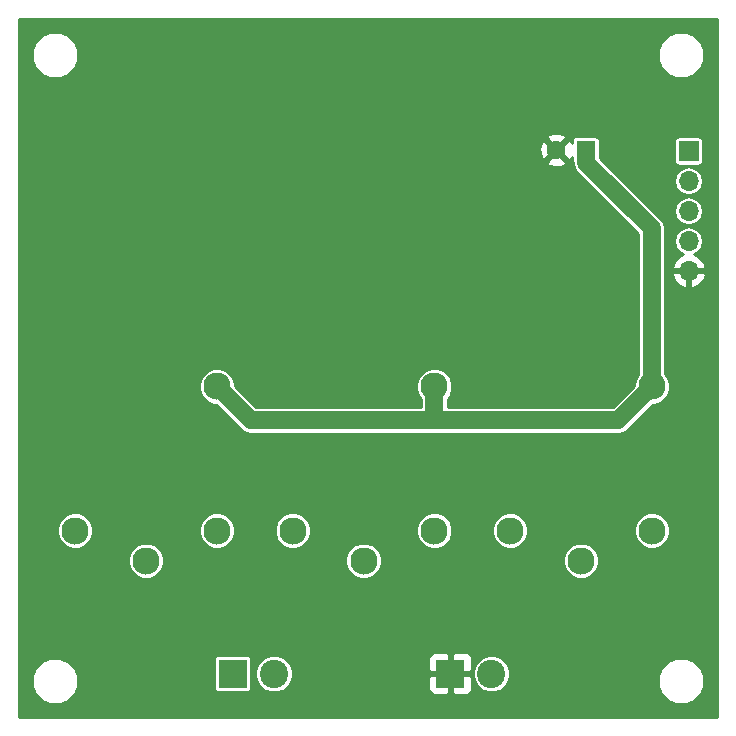
<source format=gbl>
G04 #@! TF.FileFunction,Copper,L2,Bot,Signal*
%FSLAX46Y46*%
G04 Gerber Fmt 4.6, Leading zero omitted, Abs format (unit mm)*
G04 Created by KiCad (PCBNEW 4.0.6) date 04/22/17 16:30:30*
%MOMM*%
%LPD*%
G01*
G04 APERTURE LIST*
%ADD10C,0.100000*%
%ADD11C,2.300000*%
%ADD12R,1.600000X1.600000*%
%ADD13C,1.600000*%
%ADD14R,1.700000X1.700000*%
%ADD15O,1.700000X1.700000*%
%ADD16C,2.400000*%
%ADD17R,2.400000X2.400000*%
%ADD18C,1.500000*%
%ADD19C,0.250000*%
%ADD20C,0.254000*%
G04 APERTURE END LIST*
D10*
D11*
X167513000Y-94551500D03*
X173513000Y-109301500D03*
X167513000Y-106751500D03*
X179513000Y-106751500D03*
X179513000Y-94551500D03*
D12*
X173926500Y-74549000D03*
D13*
X171426500Y-74549000D03*
D14*
X182626000Y-74612500D03*
D15*
X182626000Y-77152500D03*
X182626000Y-79692500D03*
X182626000Y-82232500D03*
X182626000Y-84772500D03*
D16*
X147518000Y-118872000D03*
D17*
X144018000Y-118872000D03*
D16*
X165933000Y-118872000D03*
D17*
X162433000Y-118872000D03*
D11*
X130683000Y-94551500D03*
X136683000Y-109301500D03*
X130683000Y-106751500D03*
X142683000Y-106751500D03*
X142683000Y-94551500D03*
X149098000Y-94551500D03*
X155098000Y-109301500D03*
X149098000Y-106751500D03*
X161098000Y-106751500D03*
X161098000Y-94551500D03*
D18*
X173926500Y-74549000D02*
X173926500Y-75599000D01*
X173926500Y-75599000D02*
X179501800Y-81174300D01*
X179501800Y-81174300D02*
X179501800Y-94540300D01*
D19*
X179501800Y-94540300D02*
X179513000Y-94551500D01*
D18*
X176655500Y-97409000D02*
X161099500Y-97409000D01*
X161099500Y-97409000D02*
X145540500Y-97409000D01*
X161098000Y-94551500D02*
X161098000Y-96177845D01*
X161098000Y-96177845D02*
X161099500Y-96179345D01*
X161099500Y-96179345D02*
X161099500Y-97409000D01*
X145540500Y-97409000D02*
X142683000Y-94551500D01*
X179513000Y-94551500D02*
X176655500Y-97409000D01*
D20*
G36*
X185020000Y-122536000D02*
X125932000Y-122536000D01*
X125932000Y-119884316D01*
X126994657Y-119884316D01*
X127295611Y-120612680D01*
X127852389Y-121170431D01*
X128580226Y-121472655D01*
X129368316Y-121473343D01*
X130096680Y-121172389D01*
X130654431Y-120615611D01*
X130956655Y-119887774D01*
X130957343Y-119099684D01*
X130656389Y-118371320D01*
X130099611Y-117813569D01*
X129758675Y-117672000D01*
X142429536Y-117672000D01*
X142429536Y-120072000D01*
X142456103Y-120213190D01*
X142539546Y-120342865D01*
X142666866Y-120429859D01*
X142818000Y-120460464D01*
X145218000Y-120460464D01*
X145359190Y-120433897D01*
X145488865Y-120350454D01*
X145575859Y-120223134D01*
X145606464Y-120072000D01*
X145606464Y-119185101D01*
X145936726Y-119185101D01*
X146176912Y-119766395D01*
X146621266Y-120211525D01*
X147202140Y-120452725D01*
X147831101Y-120453274D01*
X148412395Y-120213088D01*
X148857525Y-119768734D01*
X149098725Y-119187860D01*
X149098751Y-119157750D01*
X160598000Y-119157750D01*
X160598000Y-120198310D01*
X160694673Y-120431699D01*
X160873302Y-120610327D01*
X161106691Y-120707000D01*
X162147250Y-120707000D01*
X162306000Y-120548250D01*
X162306000Y-118999000D01*
X162560000Y-118999000D01*
X162560000Y-120548250D01*
X162718750Y-120707000D01*
X163759309Y-120707000D01*
X163992698Y-120610327D01*
X164171327Y-120431699D01*
X164268000Y-120198310D01*
X164268000Y-119185101D01*
X164351726Y-119185101D01*
X164591912Y-119766395D01*
X165036266Y-120211525D01*
X165617140Y-120452725D01*
X166246101Y-120453274D01*
X166827395Y-120213088D01*
X167156741Y-119884316D01*
X179994657Y-119884316D01*
X180295611Y-120612680D01*
X180852389Y-121170431D01*
X181580226Y-121472655D01*
X182368316Y-121473343D01*
X183096680Y-121172389D01*
X183654431Y-120615611D01*
X183956655Y-119887774D01*
X183957343Y-119099684D01*
X183656389Y-118371320D01*
X183099611Y-117813569D01*
X182371774Y-117511345D01*
X181583684Y-117510657D01*
X180855320Y-117811611D01*
X180297569Y-118368389D01*
X179995345Y-119096226D01*
X179994657Y-119884316D01*
X167156741Y-119884316D01*
X167272525Y-119768734D01*
X167513725Y-119187860D01*
X167514274Y-118558899D01*
X167274088Y-117977605D01*
X166829734Y-117532475D01*
X166248860Y-117291275D01*
X165619899Y-117290726D01*
X165038605Y-117530912D01*
X164593475Y-117975266D01*
X164352275Y-118556140D01*
X164351726Y-119185101D01*
X164268000Y-119185101D01*
X164268000Y-119157750D01*
X164109250Y-118999000D01*
X162560000Y-118999000D01*
X162306000Y-118999000D01*
X160756750Y-118999000D01*
X160598000Y-119157750D01*
X149098751Y-119157750D01*
X149099274Y-118558899D01*
X148859088Y-117977605D01*
X148427926Y-117545690D01*
X160598000Y-117545690D01*
X160598000Y-118586250D01*
X160756750Y-118745000D01*
X162306000Y-118745000D01*
X162306000Y-117195750D01*
X162560000Y-117195750D01*
X162560000Y-118745000D01*
X164109250Y-118745000D01*
X164268000Y-118586250D01*
X164268000Y-117545690D01*
X164171327Y-117312301D01*
X163992698Y-117133673D01*
X163759309Y-117037000D01*
X162718750Y-117037000D01*
X162560000Y-117195750D01*
X162306000Y-117195750D01*
X162147250Y-117037000D01*
X161106691Y-117037000D01*
X160873302Y-117133673D01*
X160694673Y-117312301D01*
X160598000Y-117545690D01*
X148427926Y-117545690D01*
X148414734Y-117532475D01*
X147833860Y-117291275D01*
X147204899Y-117290726D01*
X146623605Y-117530912D01*
X146178475Y-117975266D01*
X145937275Y-118556140D01*
X145936726Y-119185101D01*
X145606464Y-119185101D01*
X145606464Y-117672000D01*
X145579897Y-117530810D01*
X145496454Y-117401135D01*
X145369134Y-117314141D01*
X145218000Y-117283536D01*
X142818000Y-117283536D01*
X142676810Y-117310103D01*
X142547135Y-117393546D01*
X142460141Y-117520866D01*
X142429536Y-117672000D01*
X129758675Y-117672000D01*
X129371774Y-117511345D01*
X128583684Y-117510657D01*
X127855320Y-117811611D01*
X127297569Y-118368389D01*
X126995345Y-119096226D01*
X126994657Y-119884316D01*
X125932000Y-119884316D01*
X125932000Y-109604699D01*
X135151735Y-109604699D01*
X135384325Y-110167609D01*
X135814626Y-110598662D01*
X136377129Y-110832234D01*
X136986199Y-110832765D01*
X137549109Y-110600175D01*
X137980162Y-110169874D01*
X138213734Y-109607371D01*
X138213736Y-109604699D01*
X153566735Y-109604699D01*
X153799325Y-110167609D01*
X154229626Y-110598662D01*
X154792129Y-110832234D01*
X155401199Y-110832765D01*
X155964109Y-110600175D01*
X156395162Y-110169874D01*
X156628734Y-109607371D01*
X156628736Y-109604699D01*
X171981735Y-109604699D01*
X172214325Y-110167609D01*
X172644626Y-110598662D01*
X173207129Y-110832234D01*
X173816199Y-110832765D01*
X174379109Y-110600175D01*
X174810162Y-110169874D01*
X175043734Y-109607371D01*
X175044265Y-108998301D01*
X174811675Y-108435391D01*
X174381374Y-108004338D01*
X173818871Y-107770766D01*
X173209801Y-107770235D01*
X172646891Y-108002825D01*
X172215838Y-108433126D01*
X171982266Y-108995629D01*
X171981735Y-109604699D01*
X156628736Y-109604699D01*
X156629265Y-108998301D01*
X156396675Y-108435391D01*
X155966374Y-108004338D01*
X155403871Y-107770766D01*
X154794801Y-107770235D01*
X154231891Y-108002825D01*
X153800838Y-108433126D01*
X153567266Y-108995629D01*
X153566735Y-109604699D01*
X138213736Y-109604699D01*
X138214265Y-108998301D01*
X137981675Y-108435391D01*
X137551374Y-108004338D01*
X136988871Y-107770766D01*
X136379801Y-107770235D01*
X135816891Y-108002825D01*
X135385838Y-108433126D01*
X135152266Y-108995629D01*
X135151735Y-109604699D01*
X125932000Y-109604699D01*
X125932000Y-107054699D01*
X129151735Y-107054699D01*
X129384325Y-107617609D01*
X129814626Y-108048662D01*
X130377129Y-108282234D01*
X130986199Y-108282765D01*
X131549109Y-108050175D01*
X131980162Y-107619874D01*
X132213734Y-107057371D01*
X132213736Y-107054699D01*
X141151735Y-107054699D01*
X141384325Y-107617609D01*
X141814626Y-108048662D01*
X142377129Y-108282234D01*
X142986199Y-108282765D01*
X143549109Y-108050175D01*
X143980162Y-107619874D01*
X144213734Y-107057371D01*
X144213736Y-107054699D01*
X147566735Y-107054699D01*
X147799325Y-107617609D01*
X148229626Y-108048662D01*
X148792129Y-108282234D01*
X149401199Y-108282765D01*
X149964109Y-108050175D01*
X150395162Y-107619874D01*
X150628734Y-107057371D01*
X150628736Y-107054699D01*
X159566735Y-107054699D01*
X159799325Y-107617609D01*
X160229626Y-108048662D01*
X160792129Y-108282234D01*
X161401199Y-108282765D01*
X161964109Y-108050175D01*
X162395162Y-107619874D01*
X162628734Y-107057371D01*
X162628736Y-107054699D01*
X165981735Y-107054699D01*
X166214325Y-107617609D01*
X166644626Y-108048662D01*
X167207129Y-108282234D01*
X167816199Y-108282765D01*
X168379109Y-108050175D01*
X168810162Y-107619874D01*
X169043734Y-107057371D01*
X169043736Y-107054699D01*
X177981735Y-107054699D01*
X178214325Y-107617609D01*
X178644626Y-108048662D01*
X179207129Y-108282234D01*
X179816199Y-108282765D01*
X180379109Y-108050175D01*
X180810162Y-107619874D01*
X181043734Y-107057371D01*
X181044265Y-106448301D01*
X180811675Y-105885391D01*
X180381374Y-105454338D01*
X179818871Y-105220766D01*
X179209801Y-105220235D01*
X178646891Y-105452825D01*
X178215838Y-105883126D01*
X177982266Y-106445629D01*
X177981735Y-107054699D01*
X169043736Y-107054699D01*
X169044265Y-106448301D01*
X168811675Y-105885391D01*
X168381374Y-105454338D01*
X167818871Y-105220766D01*
X167209801Y-105220235D01*
X166646891Y-105452825D01*
X166215838Y-105883126D01*
X165982266Y-106445629D01*
X165981735Y-107054699D01*
X162628736Y-107054699D01*
X162629265Y-106448301D01*
X162396675Y-105885391D01*
X161966374Y-105454338D01*
X161403871Y-105220766D01*
X160794801Y-105220235D01*
X160231891Y-105452825D01*
X159800838Y-105883126D01*
X159567266Y-106445629D01*
X159566735Y-107054699D01*
X150628736Y-107054699D01*
X150629265Y-106448301D01*
X150396675Y-105885391D01*
X149966374Y-105454338D01*
X149403871Y-105220766D01*
X148794801Y-105220235D01*
X148231891Y-105452825D01*
X147800838Y-105883126D01*
X147567266Y-106445629D01*
X147566735Y-107054699D01*
X144213736Y-107054699D01*
X144214265Y-106448301D01*
X143981675Y-105885391D01*
X143551374Y-105454338D01*
X142988871Y-105220766D01*
X142379801Y-105220235D01*
X141816891Y-105452825D01*
X141385838Y-105883126D01*
X141152266Y-106445629D01*
X141151735Y-107054699D01*
X132213736Y-107054699D01*
X132214265Y-106448301D01*
X131981675Y-105885391D01*
X131551374Y-105454338D01*
X130988871Y-105220766D01*
X130379801Y-105220235D01*
X129816891Y-105452825D01*
X129385838Y-105883126D01*
X129152266Y-106445629D01*
X129151735Y-107054699D01*
X125932000Y-107054699D01*
X125932000Y-94854699D01*
X141151735Y-94854699D01*
X141384325Y-95417609D01*
X141814626Y-95848662D01*
X142377129Y-96082234D01*
X142614465Y-96082441D01*
X144740762Y-98208738D01*
X145107685Y-98453908D01*
X145540500Y-98540000D01*
X176655500Y-98540000D01*
X177088315Y-98453908D01*
X177455238Y-98208738D01*
X179581416Y-96082560D01*
X179816199Y-96082765D01*
X180379109Y-95850175D01*
X180810162Y-95419874D01*
X181043734Y-94857371D01*
X181044265Y-94248301D01*
X180811675Y-93685391D01*
X180632800Y-93506203D01*
X180632800Y-85129390D01*
X181184524Y-85129390D01*
X181354355Y-85539424D01*
X181744642Y-85967683D01*
X182269108Y-86213986D01*
X182499000Y-86093319D01*
X182499000Y-84899500D01*
X182753000Y-84899500D01*
X182753000Y-86093319D01*
X182982892Y-86213986D01*
X183507358Y-85967683D01*
X183897645Y-85539424D01*
X184067476Y-85129390D01*
X183946155Y-84899500D01*
X182753000Y-84899500D01*
X182499000Y-84899500D01*
X181305845Y-84899500D01*
X181184524Y-85129390D01*
X180632800Y-85129390D01*
X180632800Y-84415610D01*
X181184524Y-84415610D01*
X181305845Y-84645500D01*
X182499000Y-84645500D01*
X182499000Y-84625500D01*
X182753000Y-84625500D01*
X182753000Y-84645500D01*
X183946155Y-84645500D01*
X184067476Y-84415610D01*
X183897645Y-84005576D01*
X183507358Y-83577317D01*
X183082053Y-83377583D01*
X183121200Y-83369796D01*
X183520565Y-83102948D01*
X183787413Y-82703583D01*
X183881117Y-82232500D01*
X183787413Y-81761417D01*
X183520565Y-81362052D01*
X183121200Y-81095204D01*
X182650117Y-81001500D01*
X182601883Y-81001500D01*
X182130800Y-81095204D01*
X181731435Y-81362052D01*
X181464587Y-81761417D01*
X181370883Y-82232500D01*
X181464587Y-82703583D01*
X181731435Y-83102948D01*
X182130800Y-83369796D01*
X182169947Y-83377583D01*
X181744642Y-83577317D01*
X181354355Y-84005576D01*
X181184524Y-84415610D01*
X180632800Y-84415610D01*
X180632800Y-81174300D01*
X180546708Y-80741485D01*
X180301538Y-80374562D01*
X179619476Y-79692500D01*
X181370883Y-79692500D01*
X181464587Y-80163583D01*
X181731435Y-80562948D01*
X182130800Y-80829796D01*
X182601883Y-80923500D01*
X182650117Y-80923500D01*
X183121200Y-80829796D01*
X183520565Y-80562948D01*
X183787413Y-80163583D01*
X183881117Y-79692500D01*
X183787413Y-79221417D01*
X183520565Y-78822052D01*
X183121200Y-78555204D01*
X182650117Y-78461500D01*
X182601883Y-78461500D01*
X182130800Y-78555204D01*
X181731435Y-78822052D01*
X181464587Y-79221417D01*
X181370883Y-79692500D01*
X179619476Y-79692500D01*
X177079476Y-77152500D01*
X181370883Y-77152500D01*
X181464587Y-77623583D01*
X181731435Y-78022948D01*
X182130800Y-78289796D01*
X182601883Y-78383500D01*
X182650117Y-78383500D01*
X183121200Y-78289796D01*
X183520565Y-78022948D01*
X183787413Y-77623583D01*
X183881117Y-77152500D01*
X183787413Y-76681417D01*
X183520565Y-76282052D01*
X183121200Y-76015204D01*
X182650117Y-75921500D01*
X182601883Y-75921500D01*
X182130800Y-76015204D01*
X181731435Y-76282052D01*
X181464587Y-76681417D01*
X181370883Y-77152500D01*
X177079476Y-77152500D01*
X175114964Y-75187988D01*
X175114964Y-73762500D01*
X181387536Y-73762500D01*
X181387536Y-75462500D01*
X181414103Y-75603690D01*
X181497546Y-75733365D01*
X181624866Y-75820359D01*
X181776000Y-75850964D01*
X183476000Y-75850964D01*
X183617190Y-75824397D01*
X183746865Y-75740954D01*
X183833859Y-75613634D01*
X183864464Y-75462500D01*
X183864464Y-73762500D01*
X183837897Y-73621310D01*
X183754454Y-73491635D01*
X183627134Y-73404641D01*
X183476000Y-73374036D01*
X181776000Y-73374036D01*
X181634810Y-73400603D01*
X181505135Y-73484046D01*
X181418141Y-73611366D01*
X181387536Y-73762500D01*
X175114964Y-73762500D01*
X175114964Y-73749000D01*
X175088397Y-73607810D01*
X175004954Y-73478135D01*
X174877634Y-73391141D01*
X174726500Y-73360536D01*
X173126500Y-73360536D01*
X172985310Y-73387103D01*
X172855635Y-73470546D01*
X172768641Y-73597866D01*
X172738036Y-73749000D01*
X172738036Y-73934227D01*
X172680364Y-73794995D01*
X172434245Y-73720861D01*
X171606105Y-74549000D01*
X172434245Y-75377139D01*
X172680364Y-75303005D01*
X172738036Y-75142555D01*
X172738036Y-75349000D01*
X172764603Y-75490190D01*
X172795500Y-75538206D01*
X172795500Y-75599000D01*
X172881592Y-76031815D01*
X173126762Y-76398738D01*
X178370800Y-81642776D01*
X178370800Y-93528434D01*
X178215838Y-93683126D01*
X177982266Y-94245629D01*
X177982059Y-94482965D01*
X176187024Y-96278000D01*
X162230500Y-96278000D01*
X162230500Y-96179345D01*
X162229000Y-96171804D01*
X162229000Y-95585746D01*
X162395162Y-95419874D01*
X162628734Y-94857371D01*
X162629265Y-94248301D01*
X162396675Y-93685391D01*
X161966374Y-93254338D01*
X161403871Y-93020766D01*
X160794801Y-93020235D01*
X160231891Y-93252825D01*
X159800838Y-93683126D01*
X159567266Y-94245629D01*
X159566735Y-94854699D01*
X159799325Y-95417609D01*
X159967000Y-95585577D01*
X159967000Y-96177845D01*
X159968500Y-96185386D01*
X159968500Y-96278000D01*
X146008976Y-96278000D01*
X144214060Y-94483084D01*
X144214265Y-94248301D01*
X143981675Y-93685391D01*
X143551374Y-93254338D01*
X142988871Y-93020766D01*
X142379801Y-93020235D01*
X141816891Y-93252825D01*
X141385838Y-93683126D01*
X141152266Y-94245629D01*
X141151735Y-94854699D01*
X125932000Y-94854699D01*
X125932000Y-75556745D01*
X170598361Y-75556745D01*
X170672495Y-75802864D01*
X171209723Y-75995965D01*
X171779954Y-75968778D01*
X172180505Y-75802864D01*
X172254639Y-75556745D01*
X171426500Y-74728605D01*
X170598361Y-75556745D01*
X125932000Y-75556745D01*
X125932000Y-74332223D01*
X169979535Y-74332223D01*
X170006722Y-74902454D01*
X170172636Y-75303005D01*
X170418755Y-75377139D01*
X171246895Y-74549000D01*
X170418755Y-73720861D01*
X170172636Y-73794995D01*
X169979535Y-74332223D01*
X125932000Y-74332223D01*
X125932000Y-73541255D01*
X170598361Y-73541255D01*
X171426500Y-74369395D01*
X172254639Y-73541255D01*
X172180505Y-73295136D01*
X171643277Y-73102035D01*
X171073046Y-73129222D01*
X170672495Y-73295136D01*
X170598361Y-73541255D01*
X125932000Y-73541255D01*
X125932000Y-66884316D01*
X126994657Y-66884316D01*
X127295611Y-67612680D01*
X127852389Y-68170431D01*
X128580226Y-68472655D01*
X129368316Y-68473343D01*
X130096680Y-68172389D01*
X130654431Y-67615611D01*
X130956655Y-66887774D01*
X130956658Y-66884316D01*
X179994657Y-66884316D01*
X180295611Y-67612680D01*
X180852389Y-68170431D01*
X181580226Y-68472655D01*
X182368316Y-68473343D01*
X183096680Y-68172389D01*
X183654431Y-67615611D01*
X183956655Y-66887774D01*
X183957343Y-66099684D01*
X183656389Y-65371320D01*
X183099611Y-64813569D01*
X182371774Y-64511345D01*
X181583684Y-64510657D01*
X180855320Y-64811611D01*
X180297569Y-65368389D01*
X179995345Y-66096226D01*
X179994657Y-66884316D01*
X130956658Y-66884316D01*
X130957343Y-66099684D01*
X130656389Y-65371320D01*
X130099611Y-64813569D01*
X129371774Y-64511345D01*
X128583684Y-64510657D01*
X127855320Y-64811611D01*
X127297569Y-65368389D01*
X126995345Y-66096226D01*
X126994657Y-66884316D01*
X125932000Y-66884316D01*
X125932000Y-63448000D01*
X185020000Y-63448000D01*
X185020000Y-122536000D01*
X185020000Y-122536000D01*
G37*
X185020000Y-122536000D02*
X125932000Y-122536000D01*
X125932000Y-119884316D01*
X126994657Y-119884316D01*
X127295611Y-120612680D01*
X127852389Y-121170431D01*
X128580226Y-121472655D01*
X129368316Y-121473343D01*
X130096680Y-121172389D01*
X130654431Y-120615611D01*
X130956655Y-119887774D01*
X130957343Y-119099684D01*
X130656389Y-118371320D01*
X130099611Y-117813569D01*
X129758675Y-117672000D01*
X142429536Y-117672000D01*
X142429536Y-120072000D01*
X142456103Y-120213190D01*
X142539546Y-120342865D01*
X142666866Y-120429859D01*
X142818000Y-120460464D01*
X145218000Y-120460464D01*
X145359190Y-120433897D01*
X145488865Y-120350454D01*
X145575859Y-120223134D01*
X145606464Y-120072000D01*
X145606464Y-119185101D01*
X145936726Y-119185101D01*
X146176912Y-119766395D01*
X146621266Y-120211525D01*
X147202140Y-120452725D01*
X147831101Y-120453274D01*
X148412395Y-120213088D01*
X148857525Y-119768734D01*
X149098725Y-119187860D01*
X149098751Y-119157750D01*
X160598000Y-119157750D01*
X160598000Y-120198310D01*
X160694673Y-120431699D01*
X160873302Y-120610327D01*
X161106691Y-120707000D01*
X162147250Y-120707000D01*
X162306000Y-120548250D01*
X162306000Y-118999000D01*
X162560000Y-118999000D01*
X162560000Y-120548250D01*
X162718750Y-120707000D01*
X163759309Y-120707000D01*
X163992698Y-120610327D01*
X164171327Y-120431699D01*
X164268000Y-120198310D01*
X164268000Y-119185101D01*
X164351726Y-119185101D01*
X164591912Y-119766395D01*
X165036266Y-120211525D01*
X165617140Y-120452725D01*
X166246101Y-120453274D01*
X166827395Y-120213088D01*
X167156741Y-119884316D01*
X179994657Y-119884316D01*
X180295611Y-120612680D01*
X180852389Y-121170431D01*
X181580226Y-121472655D01*
X182368316Y-121473343D01*
X183096680Y-121172389D01*
X183654431Y-120615611D01*
X183956655Y-119887774D01*
X183957343Y-119099684D01*
X183656389Y-118371320D01*
X183099611Y-117813569D01*
X182371774Y-117511345D01*
X181583684Y-117510657D01*
X180855320Y-117811611D01*
X180297569Y-118368389D01*
X179995345Y-119096226D01*
X179994657Y-119884316D01*
X167156741Y-119884316D01*
X167272525Y-119768734D01*
X167513725Y-119187860D01*
X167514274Y-118558899D01*
X167274088Y-117977605D01*
X166829734Y-117532475D01*
X166248860Y-117291275D01*
X165619899Y-117290726D01*
X165038605Y-117530912D01*
X164593475Y-117975266D01*
X164352275Y-118556140D01*
X164351726Y-119185101D01*
X164268000Y-119185101D01*
X164268000Y-119157750D01*
X164109250Y-118999000D01*
X162560000Y-118999000D01*
X162306000Y-118999000D01*
X160756750Y-118999000D01*
X160598000Y-119157750D01*
X149098751Y-119157750D01*
X149099274Y-118558899D01*
X148859088Y-117977605D01*
X148427926Y-117545690D01*
X160598000Y-117545690D01*
X160598000Y-118586250D01*
X160756750Y-118745000D01*
X162306000Y-118745000D01*
X162306000Y-117195750D01*
X162560000Y-117195750D01*
X162560000Y-118745000D01*
X164109250Y-118745000D01*
X164268000Y-118586250D01*
X164268000Y-117545690D01*
X164171327Y-117312301D01*
X163992698Y-117133673D01*
X163759309Y-117037000D01*
X162718750Y-117037000D01*
X162560000Y-117195750D01*
X162306000Y-117195750D01*
X162147250Y-117037000D01*
X161106691Y-117037000D01*
X160873302Y-117133673D01*
X160694673Y-117312301D01*
X160598000Y-117545690D01*
X148427926Y-117545690D01*
X148414734Y-117532475D01*
X147833860Y-117291275D01*
X147204899Y-117290726D01*
X146623605Y-117530912D01*
X146178475Y-117975266D01*
X145937275Y-118556140D01*
X145936726Y-119185101D01*
X145606464Y-119185101D01*
X145606464Y-117672000D01*
X145579897Y-117530810D01*
X145496454Y-117401135D01*
X145369134Y-117314141D01*
X145218000Y-117283536D01*
X142818000Y-117283536D01*
X142676810Y-117310103D01*
X142547135Y-117393546D01*
X142460141Y-117520866D01*
X142429536Y-117672000D01*
X129758675Y-117672000D01*
X129371774Y-117511345D01*
X128583684Y-117510657D01*
X127855320Y-117811611D01*
X127297569Y-118368389D01*
X126995345Y-119096226D01*
X126994657Y-119884316D01*
X125932000Y-119884316D01*
X125932000Y-109604699D01*
X135151735Y-109604699D01*
X135384325Y-110167609D01*
X135814626Y-110598662D01*
X136377129Y-110832234D01*
X136986199Y-110832765D01*
X137549109Y-110600175D01*
X137980162Y-110169874D01*
X138213734Y-109607371D01*
X138213736Y-109604699D01*
X153566735Y-109604699D01*
X153799325Y-110167609D01*
X154229626Y-110598662D01*
X154792129Y-110832234D01*
X155401199Y-110832765D01*
X155964109Y-110600175D01*
X156395162Y-110169874D01*
X156628734Y-109607371D01*
X156628736Y-109604699D01*
X171981735Y-109604699D01*
X172214325Y-110167609D01*
X172644626Y-110598662D01*
X173207129Y-110832234D01*
X173816199Y-110832765D01*
X174379109Y-110600175D01*
X174810162Y-110169874D01*
X175043734Y-109607371D01*
X175044265Y-108998301D01*
X174811675Y-108435391D01*
X174381374Y-108004338D01*
X173818871Y-107770766D01*
X173209801Y-107770235D01*
X172646891Y-108002825D01*
X172215838Y-108433126D01*
X171982266Y-108995629D01*
X171981735Y-109604699D01*
X156628736Y-109604699D01*
X156629265Y-108998301D01*
X156396675Y-108435391D01*
X155966374Y-108004338D01*
X155403871Y-107770766D01*
X154794801Y-107770235D01*
X154231891Y-108002825D01*
X153800838Y-108433126D01*
X153567266Y-108995629D01*
X153566735Y-109604699D01*
X138213736Y-109604699D01*
X138214265Y-108998301D01*
X137981675Y-108435391D01*
X137551374Y-108004338D01*
X136988871Y-107770766D01*
X136379801Y-107770235D01*
X135816891Y-108002825D01*
X135385838Y-108433126D01*
X135152266Y-108995629D01*
X135151735Y-109604699D01*
X125932000Y-109604699D01*
X125932000Y-107054699D01*
X129151735Y-107054699D01*
X129384325Y-107617609D01*
X129814626Y-108048662D01*
X130377129Y-108282234D01*
X130986199Y-108282765D01*
X131549109Y-108050175D01*
X131980162Y-107619874D01*
X132213734Y-107057371D01*
X132213736Y-107054699D01*
X141151735Y-107054699D01*
X141384325Y-107617609D01*
X141814626Y-108048662D01*
X142377129Y-108282234D01*
X142986199Y-108282765D01*
X143549109Y-108050175D01*
X143980162Y-107619874D01*
X144213734Y-107057371D01*
X144213736Y-107054699D01*
X147566735Y-107054699D01*
X147799325Y-107617609D01*
X148229626Y-108048662D01*
X148792129Y-108282234D01*
X149401199Y-108282765D01*
X149964109Y-108050175D01*
X150395162Y-107619874D01*
X150628734Y-107057371D01*
X150628736Y-107054699D01*
X159566735Y-107054699D01*
X159799325Y-107617609D01*
X160229626Y-108048662D01*
X160792129Y-108282234D01*
X161401199Y-108282765D01*
X161964109Y-108050175D01*
X162395162Y-107619874D01*
X162628734Y-107057371D01*
X162628736Y-107054699D01*
X165981735Y-107054699D01*
X166214325Y-107617609D01*
X166644626Y-108048662D01*
X167207129Y-108282234D01*
X167816199Y-108282765D01*
X168379109Y-108050175D01*
X168810162Y-107619874D01*
X169043734Y-107057371D01*
X169043736Y-107054699D01*
X177981735Y-107054699D01*
X178214325Y-107617609D01*
X178644626Y-108048662D01*
X179207129Y-108282234D01*
X179816199Y-108282765D01*
X180379109Y-108050175D01*
X180810162Y-107619874D01*
X181043734Y-107057371D01*
X181044265Y-106448301D01*
X180811675Y-105885391D01*
X180381374Y-105454338D01*
X179818871Y-105220766D01*
X179209801Y-105220235D01*
X178646891Y-105452825D01*
X178215838Y-105883126D01*
X177982266Y-106445629D01*
X177981735Y-107054699D01*
X169043736Y-107054699D01*
X169044265Y-106448301D01*
X168811675Y-105885391D01*
X168381374Y-105454338D01*
X167818871Y-105220766D01*
X167209801Y-105220235D01*
X166646891Y-105452825D01*
X166215838Y-105883126D01*
X165982266Y-106445629D01*
X165981735Y-107054699D01*
X162628736Y-107054699D01*
X162629265Y-106448301D01*
X162396675Y-105885391D01*
X161966374Y-105454338D01*
X161403871Y-105220766D01*
X160794801Y-105220235D01*
X160231891Y-105452825D01*
X159800838Y-105883126D01*
X159567266Y-106445629D01*
X159566735Y-107054699D01*
X150628736Y-107054699D01*
X150629265Y-106448301D01*
X150396675Y-105885391D01*
X149966374Y-105454338D01*
X149403871Y-105220766D01*
X148794801Y-105220235D01*
X148231891Y-105452825D01*
X147800838Y-105883126D01*
X147567266Y-106445629D01*
X147566735Y-107054699D01*
X144213736Y-107054699D01*
X144214265Y-106448301D01*
X143981675Y-105885391D01*
X143551374Y-105454338D01*
X142988871Y-105220766D01*
X142379801Y-105220235D01*
X141816891Y-105452825D01*
X141385838Y-105883126D01*
X141152266Y-106445629D01*
X141151735Y-107054699D01*
X132213736Y-107054699D01*
X132214265Y-106448301D01*
X131981675Y-105885391D01*
X131551374Y-105454338D01*
X130988871Y-105220766D01*
X130379801Y-105220235D01*
X129816891Y-105452825D01*
X129385838Y-105883126D01*
X129152266Y-106445629D01*
X129151735Y-107054699D01*
X125932000Y-107054699D01*
X125932000Y-94854699D01*
X141151735Y-94854699D01*
X141384325Y-95417609D01*
X141814626Y-95848662D01*
X142377129Y-96082234D01*
X142614465Y-96082441D01*
X144740762Y-98208738D01*
X145107685Y-98453908D01*
X145540500Y-98540000D01*
X176655500Y-98540000D01*
X177088315Y-98453908D01*
X177455238Y-98208738D01*
X179581416Y-96082560D01*
X179816199Y-96082765D01*
X180379109Y-95850175D01*
X180810162Y-95419874D01*
X181043734Y-94857371D01*
X181044265Y-94248301D01*
X180811675Y-93685391D01*
X180632800Y-93506203D01*
X180632800Y-85129390D01*
X181184524Y-85129390D01*
X181354355Y-85539424D01*
X181744642Y-85967683D01*
X182269108Y-86213986D01*
X182499000Y-86093319D01*
X182499000Y-84899500D01*
X182753000Y-84899500D01*
X182753000Y-86093319D01*
X182982892Y-86213986D01*
X183507358Y-85967683D01*
X183897645Y-85539424D01*
X184067476Y-85129390D01*
X183946155Y-84899500D01*
X182753000Y-84899500D01*
X182499000Y-84899500D01*
X181305845Y-84899500D01*
X181184524Y-85129390D01*
X180632800Y-85129390D01*
X180632800Y-84415610D01*
X181184524Y-84415610D01*
X181305845Y-84645500D01*
X182499000Y-84645500D01*
X182499000Y-84625500D01*
X182753000Y-84625500D01*
X182753000Y-84645500D01*
X183946155Y-84645500D01*
X184067476Y-84415610D01*
X183897645Y-84005576D01*
X183507358Y-83577317D01*
X183082053Y-83377583D01*
X183121200Y-83369796D01*
X183520565Y-83102948D01*
X183787413Y-82703583D01*
X183881117Y-82232500D01*
X183787413Y-81761417D01*
X183520565Y-81362052D01*
X183121200Y-81095204D01*
X182650117Y-81001500D01*
X182601883Y-81001500D01*
X182130800Y-81095204D01*
X181731435Y-81362052D01*
X181464587Y-81761417D01*
X181370883Y-82232500D01*
X181464587Y-82703583D01*
X181731435Y-83102948D01*
X182130800Y-83369796D01*
X182169947Y-83377583D01*
X181744642Y-83577317D01*
X181354355Y-84005576D01*
X181184524Y-84415610D01*
X180632800Y-84415610D01*
X180632800Y-81174300D01*
X180546708Y-80741485D01*
X180301538Y-80374562D01*
X179619476Y-79692500D01*
X181370883Y-79692500D01*
X181464587Y-80163583D01*
X181731435Y-80562948D01*
X182130800Y-80829796D01*
X182601883Y-80923500D01*
X182650117Y-80923500D01*
X183121200Y-80829796D01*
X183520565Y-80562948D01*
X183787413Y-80163583D01*
X183881117Y-79692500D01*
X183787413Y-79221417D01*
X183520565Y-78822052D01*
X183121200Y-78555204D01*
X182650117Y-78461500D01*
X182601883Y-78461500D01*
X182130800Y-78555204D01*
X181731435Y-78822052D01*
X181464587Y-79221417D01*
X181370883Y-79692500D01*
X179619476Y-79692500D01*
X177079476Y-77152500D01*
X181370883Y-77152500D01*
X181464587Y-77623583D01*
X181731435Y-78022948D01*
X182130800Y-78289796D01*
X182601883Y-78383500D01*
X182650117Y-78383500D01*
X183121200Y-78289796D01*
X183520565Y-78022948D01*
X183787413Y-77623583D01*
X183881117Y-77152500D01*
X183787413Y-76681417D01*
X183520565Y-76282052D01*
X183121200Y-76015204D01*
X182650117Y-75921500D01*
X182601883Y-75921500D01*
X182130800Y-76015204D01*
X181731435Y-76282052D01*
X181464587Y-76681417D01*
X181370883Y-77152500D01*
X177079476Y-77152500D01*
X175114964Y-75187988D01*
X175114964Y-73762500D01*
X181387536Y-73762500D01*
X181387536Y-75462500D01*
X181414103Y-75603690D01*
X181497546Y-75733365D01*
X181624866Y-75820359D01*
X181776000Y-75850964D01*
X183476000Y-75850964D01*
X183617190Y-75824397D01*
X183746865Y-75740954D01*
X183833859Y-75613634D01*
X183864464Y-75462500D01*
X183864464Y-73762500D01*
X183837897Y-73621310D01*
X183754454Y-73491635D01*
X183627134Y-73404641D01*
X183476000Y-73374036D01*
X181776000Y-73374036D01*
X181634810Y-73400603D01*
X181505135Y-73484046D01*
X181418141Y-73611366D01*
X181387536Y-73762500D01*
X175114964Y-73762500D01*
X175114964Y-73749000D01*
X175088397Y-73607810D01*
X175004954Y-73478135D01*
X174877634Y-73391141D01*
X174726500Y-73360536D01*
X173126500Y-73360536D01*
X172985310Y-73387103D01*
X172855635Y-73470546D01*
X172768641Y-73597866D01*
X172738036Y-73749000D01*
X172738036Y-73934227D01*
X172680364Y-73794995D01*
X172434245Y-73720861D01*
X171606105Y-74549000D01*
X172434245Y-75377139D01*
X172680364Y-75303005D01*
X172738036Y-75142555D01*
X172738036Y-75349000D01*
X172764603Y-75490190D01*
X172795500Y-75538206D01*
X172795500Y-75599000D01*
X172881592Y-76031815D01*
X173126762Y-76398738D01*
X178370800Y-81642776D01*
X178370800Y-93528434D01*
X178215838Y-93683126D01*
X177982266Y-94245629D01*
X177982059Y-94482965D01*
X176187024Y-96278000D01*
X162230500Y-96278000D01*
X162230500Y-96179345D01*
X162229000Y-96171804D01*
X162229000Y-95585746D01*
X162395162Y-95419874D01*
X162628734Y-94857371D01*
X162629265Y-94248301D01*
X162396675Y-93685391D01*
X161966374Y-93254338D01*
X161403871Y-93020766D01*
X160794801Y-93020235D01*
X160231891Y-93252825D01*
X159800838Y-93683126D01*
X159567266Y-94245629D01*
X159566735Y-94854699D01*
X159799325Y-95417609D01*
X159967000Y-95585577D01*
X159967000Y-96177845D01*
X159968500Y-96185386D01*
X159968500Y-96278000D01*
X146008976Y-96278000D01*
X144214060Y-94483084D01*
X144214265Y-94248301D01*
X143981675Y-93685391D01*
X143551374Y-93254338D01*
X142988871Y-93020766D01*
X142379801Y-93020235D01*
X141816891Y-93252825D01*
X141385838Y-93683126D01*
X141152266Y-94245629D01*
X141151735Y-94854699D01*
X125932000Y-94854699D01*
X125932000Y-75556745D01*
X170598361Y-75556745D01*
X170672495Y-75802864D01*
X171209723Y-75995965D01*
X171779954Y-75968778D01*
X172180505Y-75802864D01*
X172254639Y-75556745D01*
X171426500Y-74728605D01*
X170598361Y-75556745D01*
X125932000Y-75556745D01*
X125932000Y-74332223D01*
X169979535Y-74332223D01*
X170006722Y-74902454D01*
X170172636Y-75303005D01*
X170418755Y-75377139D01*
X171246895Y-74549000D01*
X170418755Y-73720861D01*
X170172636Y-73794995D01*
X169979535Y-74332223D01*
X125932000Y-74332223D01*
X125932000Y-73541255D01*
X170598361Y-73541255D01*
X171426500Y-74369395D01*
X172254639Y-73541255D01*
X172180505Y-73295136D01*
X171643277Y-73102035D01*
X171073046Y-73129222D01*
X170672495Y-73295136D01*
X170598361Y-73541255D01*
X125932000Y-73541255D01*
X125932000Y-66884316D01*
X126994657Y-66884316D01*
X127295611Y-67612680D01*
X127852389Y-68170431D01*
X128580226Y-68472655D01*
X129368316Y-68473343D01*
X130096680Y-68172389D01*
X130654431Y-67615611D01*
X130956655Y-66887774D01*
X130956658Y-66884316D01*
X179994657Y-66884316D01*
X180295611Y-67612680D01*
X180852389Y-68170431D01*
X181580226Y-68472655D01*
X182368316Y-68473343D01*
X183096680Y-68172389D01*
X183654431Y-67615611D01*
X183956655Y-66887774D01*
X183957343Y-66099684D01*
X183656389Y-65371320D01*
X183099611Y-64813569D01*
X182371774Y-64511345D01*
X181583684Y-64510657D01*
X180855320Y-64811611D01*
X180297569Y-65368389D01*
X179995345Y-66096226D01*
X179994657Y-66884316D01*
X130956658Y-66884316D01*
X130957343Y-66099684D01*
X130656389Y-65371320D01*
X130099611Y-64813569D01*
X129371774Y-64511345D01*
X128583684Y-64510657D01*
X127855320Y-64811611D01*
X127297569Y-65368389D01*
X126995345Y-66096226D01*
X126994657Y-66884316D01*
X125932000Y-66884316D01*
X125932000Y-63448000D01*
X185020000Y-63448000D01*
X185020000Y-122536000D01*
M02*

</source>
